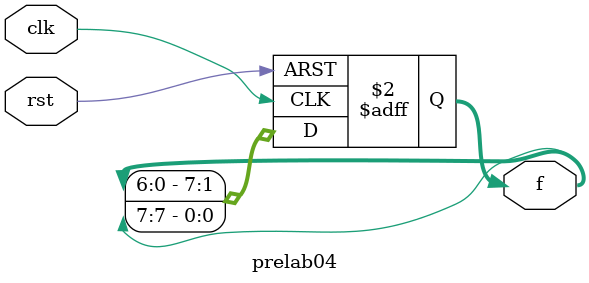
<source format=v>
`timescale 1ns / 1ps

module prelab04(rst, clk, f);

input rst;
input clk;
output reg [7:0] f;

always@ (posedge clk or posedge rst)
    if (rst)
        f <= 8'b01010101;
    else
    begin
        f[0]<=f[7];
        f[1]<=f[0];
        f[2]<=f[1];
        f[3]<=f[2];
        f[4]<=f[3];
        f[5]<=f[4];
        f[6]<=f[5];
        f[7]<=f[6]; 
    end
    
endmodule

</source>
